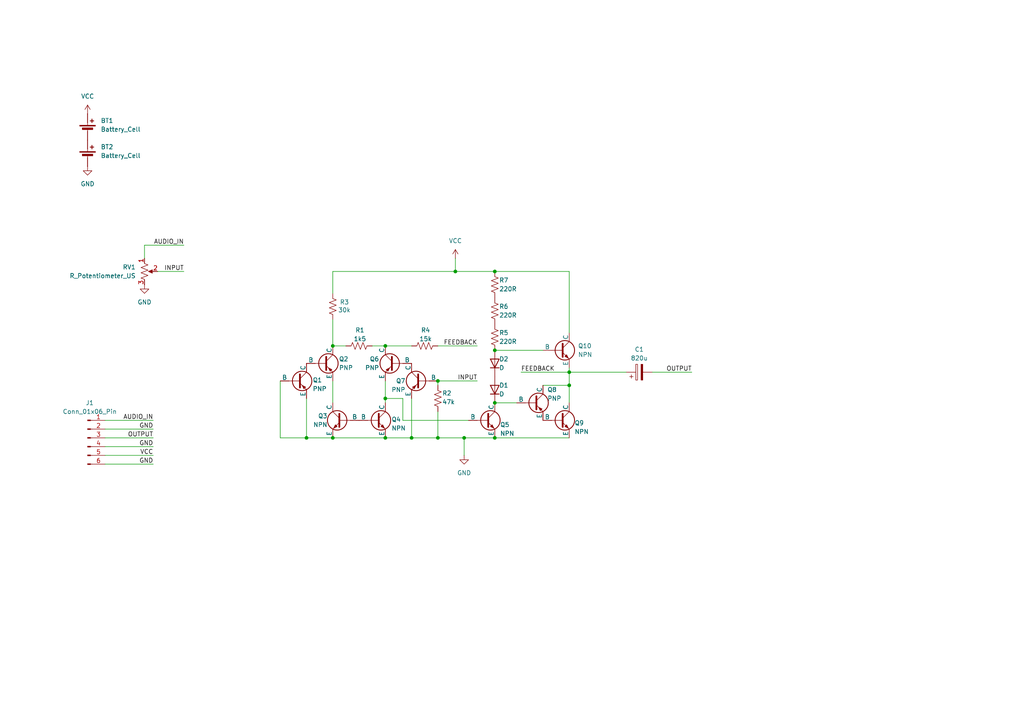
<source format=kicad_sch>
(kicad_sch (version 20231120) (generator "eeschema") (generator_version "8.0")
  (paper "A4")
  (lib_symbols
    (symbol "Connector:Conn_01x06_Pin" (pin_names (offset 1.016) hide)
      (property "Reference" "J" (at 0 7.62 0))
      (property "Value" "Conn_01x06_Pin" (at 0 -10.16 0))
      (symbol "Conn_01x06_Pin_1_1"
        (polyline (pts (xy 1.27 -7.62) (xy 0.8636 -7.62)) (stroke (width 0.1524)))
        (polyline (pts (xy 1.27 -5.08) (xy 0.8636 -5.08)) (stroke (width 0.1524)))
        (polyline (pts (xy 1.27 -2.54) (xy 0.8636 -2.54)) (stroke (width 0.1524)))
        (polyline (pts (xy 1.27 0) (xy 0.8636 0)) (stroke (width 0.1524)))
        (polyline (pts (xy 1.27 2.54) (xy 0.8636 2.54)) (stroke (width 0.1524)))
        (polyline (pts (xy 1.27 5.08) (xy 0.8636 5.08)) (stroke (width 0.1524)))
        (rectangle (start 0.8636 -7.493) (end 0 -7.747) (stroke (width 0.1524)) (fill (type outline)))
        (rectangle (start 0.8636 -4.953) (end 0 -5.207) (stroke (width 0.1524)) (fill (type outline)))
        (rectangle (start 0.8636 -2.413) (end 0 -2.667) (stroke (width 0.1524)) (fill (type outline)))
        (rectangle (start 0.8636 0.127) (end 0 -0.127) (stroke (width 0.1524)) (fill (type outline)))
        (rectangle (start 0.8636 2.667) (end 0 2.413) (stroke (width 0.1524)) (fill (type outline)))
        (rectangle (start 0.8636 5.207) (end 0 4.953) (stroke (width 0.1524)) (fill (type outline)))
        (pin passive line (at 5.08 5.08 180) (length 3.81) (name "Pin_1") (number "1"))
        (pin passive line (at 5.08 2.54 180) (length 3.81) (name "Pin_2") (number "2"))
        (pin passive line (at 5.08 0 180) (length 3.81) (name "Pin_3") (number "3"))
        (pin passive line (at 5.08 -2.54 180) (length 3.81) (name "Pin_4") (number "4"))
        (pin passive line (at 5.08 -5.08 180) (length 3.81) (name "Pin_5") (number "5"))
        (pin passive line (at 5.08 -7.62 180) (length 3.81) (name "Pin_6") (number "6"))
      )
    )
    (symbol "Device:Battery_Cell" (pin_numbers hide) (pin_names (offset 0) hide)
      (property "Reference" "BT" (at 2.54 2.54 0))
      (property "Value" "Battery_Cell" (at 2.54 0 0))
      (symbol "Battery_Cell_0_1"
        (rectangle (start -2.286 1.778) (end 2.286 1.524) (fill (type outline)))
        (rectangle (start -1.524 1.016) (end 1.524 0.508) (fill (type outline)))
        (polyline (pts (xy 0 0.762) (xy 0 0)))
        (polyline (pts (xy 0 1.778) (xy 0 2.54)))
        (polyline (pts (xy 0.762 3.048) (xy 1.778 3.048)) (stroke (width 0.254)))
        (polyline (pts (xy 1.27 3.556) (xy 1.27 2.54)) (stroke (width 0.254)))
      )
      (symbol "Battery_Cell_1_1"
        (pin passive line (at 0 5.08 270) (length 2.54) (name "+") (number "1"))
        (pin passive line (at 0 -2.54 90) (length 2.54) (name "-") (number "2"))
      )
    )
    (symbol "Device:C_Polarized" (pin_numbers hide) (pin_names (offset 0.254))
      (property "Reference" "C" (at 0.635 2.54 0))
      (property "Value" "C_Polarized" (at 0.635 -2.54 0))
      (symbol "C_Polarized_0_1"
        (rectangle (start -2.286 0.508) (end 2.286 1.016))
        (polyline (pts (xy -1.778 2.286) (xy -0.762 2.286)))
        (polyline (pts (xy -1.27 2.794) (xy -1.27 1.778)))
        (rectangle (start 2.286 -0.508) (end -2.286 -1.016) (fill (type outline)))
      )
      (symbol "C_Polarized_1_1"
        (pin passive line (at 0 3.81 270) (length 2.794) (name "~") (number "1"))
        (pin passive line (at 0 -3.81 90) (length 2.794) (name "~") (number "2"))
      )
    )
    (symbol "Device:D" (pin_numbers hide) (pin_names (offset 1.016) hide)
      (property "Reference" "D" (at 0 2.54 0))
      (property "Value" "D" (at 0 -2.54 0))
      (symbol "D_0_1"
        (polyline (pts (xy -1.27 1.27) (xy -1.27 -1.27)) (stroke (width 0.254)))
        (polyline (pts (xy 1.27 0) (xy -1.27 0)))
        (polyline (pts (xy 1.27 1.27) (xy 1.27 -1.27) (xy -1.27 0) (xy 1.27 1.27)) (stroke (width 0.254)))
      )
      (symbol "D_1_1"
        (pin passive line (at -3.81 0 0) (length 2.54) (name "K") (number "1"))
        (pin passive line (at 3.81 0 180) (length 2.54) (name "A") (number "2"))
      )
    )
    (symbol "Device:R_Potentiometer_US" (pin_names (offset 1.016) hide)
      (property "Reference" "RV" (at -4.445 0 90))
      (property "Value" "R_Potentiometer_US" (at -2.54 0 90))
      (symbol "R_Potentiometer_US_0_1"
        (polyline (pts (xy 0 -2.286) (xy 0 -2.54)))
        (polyline (pts (xy 0 2.54) (xy 0 2.286)))
        (polyline (pts (xy 2.54 0) (xy 1.524 0)))
        (polyline (pts (xy 1.143 0) (xy 2.286 0.508) (xy 2.286 -0.508) (xy 1.143 0)) (fill (type outline)))
        (polyline (pts (xy 0 -0.762) (xy 1.016 -1.143) (xy 0 -1.524) (xy -1.016 -1.905) (xy 0 -2.286)))
        (polyline (pts (xy 0 0.762) (xy 1.016 0.381) (xy 0 0) (xy -1.016 -0.381) (xy 0 -0.762)))
        (polyline (pts (xy 0 2.286) (xy 1.016 1.905) (xy 0 1.524) (xy -1.016 1.143) (xy 0 0.762)))
      )
      (symbol "R_Potentiometer_US_1_1"
        (pin passive line (at 0 3.81 270) (length 1.27) (name "1") (number "1"))
        (pin passive line (at 3.81 0 180) (length 1.27) (name "2") (number "2"))
        (pin passive line (at 0 -3.81 90) (length 1.27) (name "3") (number "3"))
      )
    )
    (symbol "Device:R_US" (pin_numbers hide) (pin_names (offset 0))
      (property "Reference" "R" (at 2.54 0 90))
      (property "Value" "R_US" (at -2.54 0 90))
      (symbol "R_US_0_1"
        (polyline (pts (xy 0 -2.286) (xy 0 -2.54)))
        (polyline (pts (xy 0 2.286) (xy 0 2.54)))
        (polyline (pts (xy 0 -0.762) (xy 1.016 -1.143) (xy 0 -1.524) (xy -1.016 -1.905) (xy 0 -2.286)))
        (polyline (pts (xy 0 0.762) (xy 1.016 0.381) (xy 0 0) (xy -1.016 -0.381) (xy 0 -0.762)))
        (polyline (pts (xy 0 2.286) (xy 1.016 1.905) (xy 0 1.524) (xy -1.016 1.143) (xy 0 0.762)))
      )
      (symbol "R_US_1_1"
        (pin passive line (at 0 3.81 270) (length 1.27) (name "~") (number "1"))
        (pin passive line (at 0 -3.81 90) (length 1.27) (name "~") (number "2"))
      )
    )
    (symbol "Simulation_SPICE:NPN" (pin_numbers hide) (pin_names (offset 0))
      (property "Reference" "Q" (at -2.54 7.62 0))
      (property "Value" "NPN" (at -2.54 5.08 0))
      (symbol "NPN_0_1"
        (polyline (pts (xy -2.54 0) (xy 0.635 0)) (stroke (width 0.1524)))
        (polyline (pts (xy 0.635 0.635) (xy 2.54 2.54)))
        (polyline (pts (xy 2.794 -1.27) (xy 2.794 -1.27)) (stroke (width 0.1524)))
        (polyline (pts (xy 2.794 -1.27) (xy 2.794 -1.27)) (stroke (width 0.1524)))
        (polyline (pts (xy 0.635 -0.635) (xy 2.54 -2.54) (xy 2.54 -2.54)))
        (polyline (pts (xy 0.635 1.905) (xy 0.635 -1.905) (xy 0.635 -1.905)) (stroke (width 0.508)))
        (polyline (pts (xy 1.27 -1.778) (xy 1.778 -1.27) (xy 2.286 -2.286) (xy 1.27 -1.778) (xy 1.27 -1.778)) (fill (type outline)))
        (circle (center 1.27 0) (radius 2.8194) (stroke (width 0.254)))
      )
      (symbol "NPN_1_1"
        (pin open_collector line (at 2.54 5.08 270) (length 2.54) (name "C") (number "1"))
        (pin input line (at -5.08 0 0) (length 2.54) (name "B") (number "2"))
        (pin open_emitter line (at 2.54 -5.08 90) (length 2.54) (name "E") (number "3"))
      )
    )
    (symbol "Simulation_SPICE:PNP" (pin_numbers hide) (pin_names (offset 0))
      (property "Reference" "Q" (at -2.54 7.62 0))
      (property "Value" "PNP" (at -2.54 5.08 0))
      (symbol "PNP_0_1"
        (polyline (pts (xy -2.54 0) (xy 0.635 0)) (stroke (width 0.1524)))
        (polyline (pts (xy 0.635 0.635) (xy 2.54 2.54)))
        (polyline (pts (xy 0.635 -0.635) (xy 2.54 -2.54) (xy 2.54 -2.54)))
        (polyline (pts (xy 0.635 1.905) (xy 0.635 -1.905) (xy 0.635 -1.905)) (stroke (width 0.508)))
        (polyline (pts (xy 2.286 -1.778) (xy 1.778 -2.286) (xy 1.27 -1.27) (xy 2.286 -1.778) (xy 2.286 -1.778)) (fill (type outline)))
        (circle (center 1.27 0) (radius 2.8194) (stroke (width 0.254)))
      )
      (symbol "PNP_1_1"
        (pin open_collector line (at 2.54 5.08 270) (length 2.54) (name "C") (number "1"))
        (pin input line (at -5.08 0 0) (length 2.54) (name "B") (number "2"))
        (pin open_emitter line (at 2.54 -5.08 90) (length 2.54) (name "E") (number "3"))
      )
    )
    (symbol "power:GND" (power) (pin_numbers hide) (pin_names (offset 0) hide)
      (property "Value" "GND" (at 0 -3.81 0))
      (symbol "GND_0_1"
        (polyline (pts (xy 0 0) (xy 0 -1.27) (xy 1.27 -1.27) (xy 0 -2.54) (xy -1.27 -1.27) (xy 0 -1.27)))
      )
      (symbol "GND_1_1"
        (pin power_in line (at 0 0 270) (length 0) (name "~") (number "1"))
      )
    )
    (symbol "power:VCC" (power) (pin_numbers hide) (pin_names (offset 0) hide)
      (property "Value" "VCC" (at 0 3.556 0))
      (symbol "VCC_0_1"
        (polyline (pts (xy -0.762 1.27) (xy 0 2.54)))
        (polyline (pts (xy 0 0) (xy 0 2.54)))
        (polyline (pts (xy 0 2.54) (xy 0.762 1.27)))
      )
      (symbol "VCC_1_1"
        (pin power_in line (at 0 0 90) (length 0) (name "~") (number "1"))
      )
    )
  )
  (junction (at 143.51 78.74))
  (junction (at 111.76 100.33))
  (junction (at 127 110.49))
  (junction (at 111.76 115.57))
  (junction (at 143.51 101.6))
  (junction (at 88.9 127))
  (junction (at 132.08 78.74))
  (junction (at 143.51 116.84))
  (junction (at 111.76 127))
  (junction (at 96.52 100.33))
  (junction (at 127 127))
  (junction (at 165.1 111.76))
  (junction (at 165.1 107.95))
  (junction (at 134.62 127))
  (junction (at 119.38 127))
  (junction (at 143.51 127))
  (junction (at 96.52 127))
  (wire (pts (xy 116.84 121.92) (xy 116.84 115.57)))
  (wire (pts (xy 143.51 116.84) (xy 149.86 116.84)))
  (wire (pts (xy 81.28 127) (xy 81.28 110.49)))
  (wire (pts (xy 119.38 100.33) (xy 111.76 100.33)))
  (wire (pts (xy 30.48 127) (xy 44.45 127)))
  (wire (pts (xy 116.84 115.57) (xy 111.76 115.57)))
  (wire (pts (xy 165.1 78.74) (xy 165.1 96.52)))
  (wire (pts (xy 127 110.49) (xy 138.43 110.49)))
  (wire (pts (xy 41.91 74.93) (xy 41.91 71.12)))
  (wire (pts (xy 96.52 92.71) (xy 96.52 100.33)))
  (wire (pts (xy 143.51 101.6) (xy 157.48 101.6)))
  (wire (pts (xy 165.1 106.68) (xy 165.1 107.95)))
  (wire (pts (xy 165.1 111.76) (xy 165.1 116.84)))
  (wire (pts (xy 88.9 127) (xy 96.52 127)))
  (wire (pts (xy 30.48 134.62) (xy 44.45 134.62)))
  (wire (pts (xy 107.95 100.33) (xy 111.76 100.33)))
  (wire (pts (xy 134.62 132.08) (xy 134.62 127)))
  (wire (pts (xy 165.1 107.95) (xy 181.61 107.95)))
  (wire (pts (xy 111.76 127) (xy 119.38 127)))
  (wire (pts (xy 96.52 100.33) (xy 100.33 100.33)))
  (wire (pts (xy 135.89 121.92) (xy 116.84 121.92)))
  (wire (pts (xy 165.1 107.95) (xy 165.1 111.76)))
  (wire (pts (xy 119.38 127) (xy 127 127)))
  (wire (pts (xy 96.52 78.74) (xy 96.52 85.09)))
  (wire (pts (xy 88.9 115.57) (xy 88.9 127)))
  (wire (pts (xy 132.08 78.74) (xy 143.51 78.74)))
  (wire (pts (xy 111.76 110.49) (xy 111.76 115.57)))
  (wire (pts (xy 41.91 71.12) (xy 53.34 71.12)))
  (wire (pts (xy 30.48 129.54) (xy 44.45 129.54)))
  (wire (pts (xy 134.62 127) (xy 143.51 127)))
  (wire (pts (xy 119.38 115.57) (xy 119.38 127)))
  (wire (pts (xy 132.08 74.93) (xy 132.08 78.74)))
  (wire (pts (xy 143.51 78.74) (xy 165.1 78.74)))
  (wire (pts (xy 157.48 111.76) (xy 165.1 111.76)))
  (wire (pts (xy 45.72 78.74) (xy 53.34 78.74)))
  (wire (pts (xy 30.48 124.46) (xy 44.45 124.46)))
  (wire (pts (xy 30.48 132.08) (xy 44.45 132.08)))
  (wire (pts (xy 96.52 78.74) (xy 132.08 78.74)))
  (wire (pts (xy 127 100.33) (xy 138.43 100.33)))
  (wire (pts (xy 200.66 107.95) (xy 189.23 107.95)))
  (wire (pts (xy 127 127) (xy 134.62 127)))
  (wire (pts (xy 127 119.38) (xy 127 127)))
  (wire (pts (xy 151.13 107.95) (xy 165.1 107.95)))
  (wire (pts (xy 143.51 127) (xy 165.1 127)))
  (wire (pts (xy 127 111.76) (xy 127 110.49)))
  (wire (pts (xy 96.52 110.49) (xy 96.52 116.84)))
  (wire (pts (xy 96.52 127) (xy 111.76 127)))
  (wire (pts (xy 111.76 115.57) (xy 111.76 116.84)))
  (wire (pts (xy 88.9 127) (xy 81.28 127)))
  (wire (pts (xy 30.48 121.92) (xy 44.45 121.92)))
  (label "INPUT" (at 138.43 110.49 180))
  (label "GND" (at 44.45 129.54 180))
  (label "INPUT" (at 53.34 78.74 180))
  (label "OUTPUT" (at 44.45 127 180))
  (label "FEEDBACK" (at 138.43 100.33 180))
  (label "AUDIO_IN" (at 53.34 71.12 180))
  (label "FEEDBACK" (at 151.13 107.95 0))
  (label "OUTPUT" (at 200.66 107.95 180))
  (label "VCC" (at 44.45 132.08 180))
  (label "GND" (at 44.45 124.46 180))
  (label "GND" (at 44.45 134.62 180))
  (label "AUDIO_IN" (at 44.45 121.92 180))
  (symbol (lib_id "Device:R_US") (at 143.51 82.55 0) (unit 1)
    (property "Reference" "R7" (at 144.78 81.28 0) (effects (justify left)))
    (property "Value" "220R" (at 144.78 83.82 0) (effects (justify left)))
    (property "Footprint" "Resistor_THT:R_Axial_DIN0207_L6.3mm_D2.5mm_P7.62mm_Horizontal" (effects (hide yes)))
    (property "Description" "Resistor, US symbol" (effects (hide yes)))
  )
  (symbol (lib_id "power:GND") (at 25.4 48.26 0) (unit 1)
    (property "Reference" "#PWR2" (effects (hide yes)))
    (property "Value" "GND" (at 25.4 53.34 0))
    (property "Description" "Power symbol creates a global label with name \"GND\" , ground" (effects (hide yes)))
  )
  (symbol (lib_id "Device:R_US") (at 143.51 97.79 0) (unit 1)
    (property "Reference" "R5" (at 144.78 96.52 0) (effects (justify left)))
    (property "Value" "220R" (at 144.78 99.06 0) (effects (justify left)))
    (property "Footprint" "Resistor_THT:R_Axial_DIN0207_L6.3mm_D2.5mm_P7.62mm_Horizontal" (effects (hide yes)))
    (property "Description" "Resistor, US symbol" (effects (hide yes)))
  )
  (symbol (lib_id "power:VCC") (at 132.08 74.93 0) (unit 1)
    (property "Reference" "#PWR5" (effects (hide yes)))
    (property "Value" "VCC" (at 132.08 69.85 0))
    (property "Description" "Power symbol creates a global label with name \"VCC\"" (effects (hide yes)))
  )
  (symbol (lib_id "Simulation_SPICE:PNP") (at 154.94 116.84 0) (unit 1)
    (property "Reference" "Q8" (at 158.75 113.03 0) (effects (justify left)))
    (property "Value" "PNP" (at 158.75 115.57 0) (effects (justify left)))
    (property "Footprint" "Package_TO_SOT_THT:TO-92L_Inline" (effects (hide yes)))
    (property "Datasheet" "https://ngspice.sourceforge.io/docs/ngspice-html-manual/manual.xhtml#cha_BJTs" (effects (hide yes)))
    (property "Description" "Bipolar transistor symbol for simulation only, substrate tied to the emitter" (effects (hide yes)))
    (property "Sim.Device" "PNP" (effects (hide yes)))
    (property "Sim.Type" "GUMMELPOON" (effects (hide yes)))
    (property "Sim.Pins" "1=C 2=B 3=E" (effects (hide yes)))
  )
  (symbol (lib_id "Device:Battery_Cell") (at 25.4 45.72 0) (unit 1)
    (property "Reference" "BT2" (at 29.21 42.6084 0) (effects (justify left)))
    (property "Value" "Battery_Cell" (at 29.21 45.1484 0) (effects (justify left)))
    (property "Footprint" "Battery:BatteryHolder_Keystone_3034_1x20mm" (effects (hide yes)))
    (property "Description" "Single-cell battery" (effects (hide yes)))
  )
  (symbol (lib_id "Device:D") (at 143.51 105.41 90) (unit 1)
    (property "Reference" "D2" (at 144.78 104.14 90) (effects (justify right)))
    (property "Value" "D" (at 144.78 106.68 90) (effects (justify right)))
    (property "Footprint" "Diode_THT:D_DO-35_SOD27_P10.16mm_Horizontal" (effects (hide yes)))
    (property "Description" "Diode" (effects (hide yes)))
    (property "Sim.Device" "D" (effects (hide yes)))
    (property "Sim.Pins" "1=K 2=A" (effects (hide yes)))
  )
  (symbol (lib_id "Device:D") (at 143.51 113.03 90) (unit 1)
    (property "Reference" "D1" (at 144.78 111.76 90) (effects (justify right)))
    (property "Value" "D" (at 144.78 114.3 90) (effects (justify right)))
    (property "Footprint" "Diode_THT:D_DO-35_SOD27_P10.16mm_Horizontal" (effects (hide yes)))
    (property "Description" "Diode" (effects (hide yes)))
    (property "Sim.Device" "D" (effects (hide yes)))
    (property "Sim.Pins" "1=K 2=A" (effects (hide yes)))
  )
  (symbol (lib_id "Device:C_Polarized") (at 185.42 107.95 90) (unit 1)
    (property "Reference" "C1" (at 185.42 101.346 90))
    (property "Value" "820u" (at 185.42 103.886 90))
    (property "Footprint" "Capacitor_THT:CP_Radial_D8.0mm_P3.50mm" (effects (hide yes)))
    (property "Description" "Polarized capacitor" (effects (hide yes)))
  )
  (symbol (lib_id "Simulation_SPICE:NPN") (at 99.06 121.92 0) (mirror y) (unit 1)
    (property "Reference" "Q3" (at 94.996 120.65 0) (effects (justify left)))
    (property "Value" "NPN" (at 94.996 123.19 0) (effects (justify left)))
    (property "Footprint" "Package_TO_SOT_THT:TO-92L_Inline" (effects (hide yes)))
    (property "Datasheet" "https://ngspice.sourceforge.io/docs/ngspice-html-manual/manual.xhtml#cha_BJTs" (effects (hide yes)))
    (property "Description" "Bipolar transistor symbol for simulation only, substrate tied to the emitter" (effects (hide yes)))
    (property "Sim.Device" "NPN" (effects (hide yes)))
    (property "Sim.Type" "GUMMELPOON" (effects (hide yes)))
    (property "Sim.Pins" "1=C 2=B 3=E" (effects (hide yes)))
  )
  (symbol (lib_id "Device:R_US") (at 143.51 90.17 0) (unit 1)
    (property "Reference" "R6" (at 144.78 88.9 0) (effects (justify left)))
    (property "Value" "220R" (at 144.78 91.44 0) (effects (justify left)))
    (property "Footprint" "Resistor_THT:R_Axial_DIN0207_L6.3mm_D2.5mm_P7.62mm_Horizontal" (effects (hide yes)))
    (property "Description" "Resistor, US symbol" (effects (hide yes)))
  )
  (symbol (lib_id "Device:Battery_Cell") (at 25.4 38.1 0) (unit 1)
    (property "Reference" "BT1" (at 29.21 34.9884 0) (effects (justify left)))
    (property "Value" "Battery_Cell" (at 29.21 37.5284 0) (effects (justify left)))
    (property "Footprint" "Battery:BatteryHolder_Keystone_3034_1x20mm" (effects (hide yes)))
    (property "Description" "Single-cell battery" (effects (hide yes)))
  )
  (symbol (lib_id "power:VCC") (at 25.4 33.02 0) (unit 1)
    (property "Reference" "#PWR1" (effects (hide yes)))
    (property "Value" "VCC" (at 25.4 27.94 0))
    (property "Description" "Power symbol creates a global label with name \"VCC\"" (effects (hide yes)))
  )
  (symbol (lib_id "Device:R_US") (at 96.52 88.9 180) (unit 1)
    (property "Reference" "R3" (at 98.552 87.63 0) (effects (justify right)))
    (property "Value" "30k" (at 98.044 89.916 0) (effects (justify right)))
    (property "Footprint" "Resistor_THT:R_Axial_DIN0207_L6.3mm_D2.5mm_P7.62mm_Horizontal" (effects (hide yes)))
    (property "Description" "Resistor, US symbol" (effects (hide yes)))
  )
  (symbol (lib_id "Simulation_SPICE:NPN") (at 162.56 121.92 0) (unit 1)
    (property "Reference" "Q9" (at 166.624 122.682 0) (effects (justify left)))
    (property "Value" "NPN" (at 166.624 125.222 0) (effects (justify left)))
    (property "Footprint" "Package_TO_SOT_THT:TO-92L_Inline" (effects (hide yes)))
    (property "Datasheet" "https://ngspice.sourceforge.io/docs/ngspice-html-manual/manual.xhtml#cha_BJTs" (effects (hide yes)))
    (property "Description" "Bipolar transistor symbol for simulation only, substrate tied to the emitter" (effects (hide yes)))
    (property "Sim.Device" "NPN" (effects (hide yes)))
    (property "Sim.Type" "GUMMELPOON" (effects (hide yes)))
    (property "Sim.Pins" "1=C 2=B 3=E" (effects (hide yes)))
  )
  (symbol (lib_id "Device:R_US") (at 123.19 100.33 90) (unit 1)
    (property "Reference" "R4" (at 123.444 95.758 90))
    (property "Value" "15k" (at 123.444 98.298 90))
    (property "Footprint" "Resistor_THT:R_Axial_DIN0207_L6.3mm_D2.5mm_P7.62mm_Horizontal" (effects (hide yes)))
    (property "Description" "Resistor, US symbol" (effects (hide yes)))
  )
  (symbol (lib_id "Simulation_SPICE:PNP") (at 114.3 105.41 0) (mirror y) (unit 1)
    (property "Reference" "Q6" (at 109.982 104.14 0) (effects (justify left)))
    (property "Value" "PNP" (at 109.982 106.68 0) (effects (justify left)))
    (property "Footprint" "Package_TO_SOT_THT:TO-92L_Inline" (effects (hide yes)))
    (property "Datasheet" "https://ngspice.sourceforge.io/docs/ngspice-html-manual/manual.xhtml#cha_BJTs" (effects (hide yes)))
    (property "Description" "Bipolar transistor symbol for simulation only, substrate tied to the emitter" (effects (hide yes)))
    (property "Sim.Device" "PNP" (effects (hide yes)))
    (property "Sim.Type" "GUMMELPOON" (effects (hide yes)))
    (property "Sim.Pins" "1=C 2=B 3=E" (effects (hide yes)))
  )
  (symbol (lib_id "Simulation_SPICE:PNP") (at 86.36 110.49 0) (unit 1)
    (property "Reference" "Q1" (at 90.678 110.236 0) (effects (justify left)))
    (property "Value" "PNP" (at 90.678 112.776 0) (effects (justify left)))
    (property "Footprint" "Package_TO_SOT_THT:TO-92L_Inline" (effects (hide yes)))
    (property "Datasheet" "https://ngspice.sourceforge.io/docs/ngspice-html-manual/manual.xhtml#cha_BJTs" (effects (hide yes)))
    (property "Description" "Bipolar transistor symbol for simulation only, substrate tied to the emitter" (effects (hide yes)))
    (property "Sim.Device" "PNP" (effects (hide yes)))
    (property "Sim.Type" "GUMMELPOON" (effects (hide yes)))
    (property "Sim.Pins" "1=C 2=B 3=E" (effects (hide yes)))
  )
  (symbol (lib_id "Simulation_SPICE:PNP") (at 121.92 110.49 0) (mirror y) (unit 1)
    (property "Reference" "Q7" (at 117.602 110.49 0) (effects (justify left)))
    (property "Value" "PNP" (at 117.602 113.03 0) (effects (justify left)))
    (property "Footprint" "Package_TO_SOT_THT:TO-92L_Inline" (effects (hide yes)))
    (property "Datasheet" "https://ngspice.sourceforge.io/docs/ngspice-html-manual/manual.xhtml#cha_BJTs" (effects (hide yes)))
    (property "Description" "Bipolar transistor symbol for simulation only, substrate tied to the emitter" (effects (hide yes)))
    (property "Sim.Device" "PNP" (effects (hide yes)))
    (property "Sim.Type" "GUMMELPOON" (effects (hide yes)))
    (property "Sim.Pins" "1=C 2=B 3=E" (effects (hide yes)))
  )
  (symbol (lib_id "power:GND") (at 41.91 82.55 0) (unit 1)
    (property "Reference" "#PWR4" (effects (hide yes)))
    (property "Value" "GND" (at 41.91 87.63 0))
    (property "Description" "Power symbol creates a global label with name \"GND\" , ground" (effects (hide yes)))
  )
  (symbol (lib_id "Device:R_US") (at 104.14 100.33 90) (unit 1)
    (property "Reference" "R1" (at 104.394 95.758 90))
    (property "Value" "1k5" (at 104.394 98.298 90))
    (property "Footprint" "Resistor_THT:R_Axial_DIN0207_L6.3mm_D2.5mm_P7.62mm_Horizontal" (effects (hide yes)))
    (property "Description" "Resistor, US symbol" (effects (hide yes)))
  )
  (symbol (lib_id "Simulation_SPICE:PNP") (at 93.98 105.41 0) (unit 1)
    (property "Reference" "Q2" (at 98.298 104.14 0) (effects (justify left)))
    (property "Value" "PNP" (at 98.298 106.68 0) (effects (justify left)))
    (property "Footprint" "Package_TO_SOT_THT:TO-92L_Inline" (effects (hide yes)))
    (property "Datasheet" "https://ngspice.sourceforge.io/docs/ngspice-html-manual/manual.xhtml#cha_BJTs" (effects (hide yes)))
    (property "Description" "Bipolar transistor symbol for simulation only, substrate tied to the emitter" (effects (hide yes)))
    (property "Sim.Device" "PNP" (effects (hide yes)))
    (property "Sim.Type" "GUMMELPOON" (effects (hide yes)))
    (property "Sim.Pins" "1=C 2=B 3=E" (effects (hide yes)))
  )
  (symbol (lib_id "Device:R_US") (at 127 115.57 0) (unit 1)
    (property "Reference" "R2" (at 128.27 114.046 0) (effects (justify left)))
    (property "Value" "47k" (at 128.27 116.586 0) (effects (justify left)))
    (property "Footprint" "Resistor_THT:R_Axial_DIN0207_L6.3mm_D2.5mm_P7.62mm_Horizontal" (effects (hide yes)))
    (property "Description" "Resistor, US symbol" (effects (hide yes)))
  )
  (symbol (lib_id "Connector:Conn_01x06_Pin") (at 25.4 127 0) (unit 1)
    (property "Reference" "J1" (at 26.035 116.84 0))
    (property "Value" "Conn_01x06_Pin" (at 26.035 119.38 0))
    (property "Footprint" "TerminalBlock:TerminalBlock_bornier-6_P5.08mm" (effects (hide yes)))
    (property "Description" "Generic connector, single row, 01x06, script generated" (effects (hide yes)))
  )
  (symbol (lib_id "Simulation_SPICE:NPN") (at 162.56 101.6 0) (unit 1)
    (property "Reference" "Q10" (at 167.64 100.3299 0) (effects (justify left)))
    (property "Value" "NPN" (at 167.64 102.8699 0) (effects (justify left)))
    (property "Footprint" "Package_TO_SOT_THT:TO-92L_Inline" (effects (hide yes)))
    (property "Datasheet" "https://ngspice.sourceforge.io/docs/ngspice-html-manual/manual.xhtml#cha_BJTs" (effects (hide yes)))
    (property "Description" "Bipolar transistor symbol for simulation only, substrate tied to the emitter" (effects (hide yes)))
    (property "Sim.Device" "NPN" (effects (hide yes)))
    (property "Sim.Type" "GUMMELPOON" (effects (hide yes)))
    (property "Sim.Pins" "1=C 2=B 3=E" (effects (hide yes)))
  )
  (symbol (lib_id "Simulation_SPICE:NPN") (at 109.22 121.92 0) (unit 1)
    (property "Reference" "Q4" (at 113.538 121.666 0) (effects (justify left)))
    (property "Value" "NPN" (at 113.538 124.206 0) (effects (justify left)))
    (property "Footprint" "Package_TO_SOT_THT:TO-92L_Inline" (effects (hide yes)))
    (property "Datasheet" "https://ngspice.sourceforge.io/docs/ngspice-html-manual/manual.xhtml#cha_BJTs" (effects (hide yes)))
    (property "Description" "Bipolar transistor symbol for simulation only, substrate tied to the emitter" (effects (hide yes)))
    (property "Sim.Device" "NPN" (effects (hide yes)))
    (property "Sim.Type" "GUMMELPOON" (effects (hide yes)))
    (property "Sim.Pins" "1=C 2=B 3=E" (effects (hide yes)))
  )
  (symbol (lib_id "power:GND") (at 134.62 132.08 0) (unit 1)
    (property "Reference" "#PWR3" (effects (hide yes)))
    (property "Value" "GND" (at 134.62 137.16 0))
    (property "Description" "Power symbol creates a global label with name \"GND\" , ground" (effects (hide yes)))
  )
  (symbol (lib_id "Simulation_SPICE:NPN") (at 140.97 121.92 0) (unit 1)
    (property "Reference" "Q5" (at 145.034 123.19 0) (effects (justify left)))
    (property "Value" "NPN" (at 145.034 125.73 0) (effects (justify left)))
    (property "Footprint" "Package_TO_SOT_THT:TO-92L_Inline" (effects (hide yes)))
    (property "Datasheet" "https://ngspice.sourceforge.io/docs/ngspice-html-manual/manual.xhtml#cha_BJTs" (effects (hide yes)))
    (property "Description" "Bipolar transistor symbol for simulation only, substrate tied to the emitter" (effects (hide yes)))
    (property "Sim.Device" "NPN" (effects (hide yes)))
    (property "Sim.Type" "GUMMELPOON" (effects (hide yes)))
    (property "Sim.Pins" "1=C 2=B 3=E" (effects (hide yes)))
  )
  (symbol (lib_id "Device:R_Potentiometer_US") (at 41.91 78.74 0) (unit 1)
    (property "Reference" "RV1" (at 39.37 77.4699 0) (effects (justify right)))
    (property "Value" "R_Potentiometer_US" (at 39.37 80.0099 0) (effects (justify right)))
    (property "Footprint" "Potentiometer_THT:Potentiometer_Vishay_T73YP_Vertical" (effects (hide yes)))
    (property "Description" "Potentiometer, US symbol" (effects (hide yes)))
  )
)
</source>
